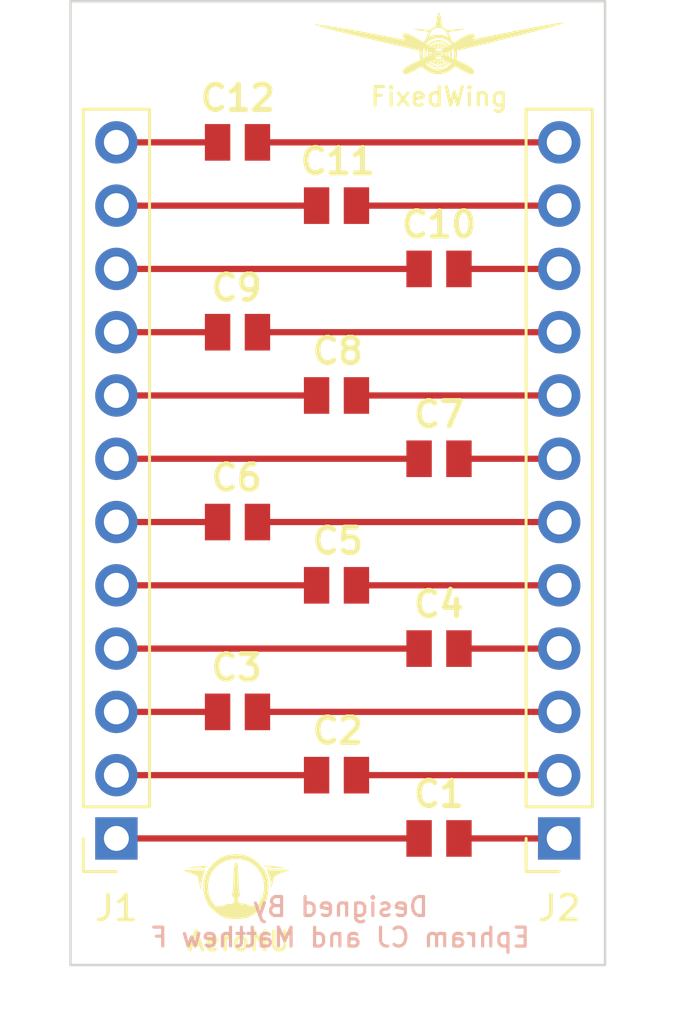
<source format=kicad_pcb>
(kicad_pcb (version 20221018) (generator pcbnew)
  (layers (0 "F.Cu" signal) (31 "B.Cu" signal) (34 "B.Paste" user) (35 "F.Paste" user) (36 "B.SilkS" user "B.Silkscreen") (37 "F.SilkS" user "F.Silkscreen") (38 "B.Mask" user) (39 "F.Mask" user) (44 "Edge.Cuts" user))
  (net 0 "")
  (net 1 "Net-(J1-Pin_1)")
  (net 2 "Net-(J2-Pin_1)")
  (net 3 "Net-(J1-Pin_2)")
  (net 4 "Net-(J2-Pin_2)")
  (net 5 "Net-(J1-Pin_3)")
  (net 6 "Net-(J2-Pin_3)")
  (net 7 "Net-(J1-Pin_4)")
  (net 8 "Net-(J2-Pin_4)")
  (net 9 "Net-(J1-Pin_5)")
  (net 10 "Net-(J2-Pin_5)")
  (net 11 "Net-(J1-Pin_6)")
  (net 12 "Net-(J2-Pin_6)")
  (net 13 "Net-(J1-Pin_7)")
  (net 14 "Net-(J2-Pin_7)")
  (net 15 "Net-(J1-Pin_8)")
  (net 16 "Net-(J2-Pin_8)")
  (net 17 "Net-(J1-Pin_9)")
  (net 18 "Net-(J2-Pin_9)")
  (net 19 "Net-(J1-Pin_10)")
  (net 20 "Net-(J2-Pin_10)")
  (net 21 "Net-(J1-Pin_11)")
  (net 22 "Net-(J2-Pin_11)")
  (net 23 "Net-(J1-Pin_12)")
  (net 24 "Net-(J2-Pin_12)")
  (footprint "FixedWing:CAPC2012X95N" (layer "F.Cu") (at 165.354 81.28)
    (fp_text reference "C10" (at 0 -1.778) (layer "F.SilkS") (effects (font (size 1.016 1.016) (thickness 0.2032) bold)))
    (fp_text value "10nF" hide)
    (pad "1" smd rect (at -0.8 0) (size 1.02 1.47) (layers "F.Cu" "F.Paste" "F.Mask") (net 19 "Net-(J1-Pin_10)"))
    (pad "2" smd rect (at 0.8 0) (size 1.02 1.47) (layers "F.Cu" "F.Paste" "F.Mask") (net 20 "Net-(J2-Pin_10)"))
  )
  (footprint "FixedWing:CAPC2012X95N" (layer "F.Cu") (at 157.264 99.06)
    (fp_text reference "C3" (at -0.038 -1.778) (layer "F.SilkS") (effects (font (size 1.016 1.016) (thickness 0.2032) bold)))
    (fp_text value "10nF" hide)
    (pad "1" smd rect (at -0.8 0) (size 1.02 1.47) (layers "F.Cu" "F.Paste" "F.Mask") (net 5 "Net-(J1-Pin_3)"))
    (pad "2" smd rect (at 0.8 0) (size 1.02 1.47) (layers "F.Cu" "F.Paste" "F.Mask") (net 6 "Net-(J2-Pin_3)"))
  )
  (footprint "FixedWing:CAPC2012X95N" (layer "F.Cu") (at 161.2392 101.6)
    (fp_text reference "C2" (at 0.0508 -1.778) (layer "F.SilkS") (effects (font (size 1.016 1.016) (thickness 0.2032) bold)))
    (fp_text value "10nF" hide)
    (pad "1" smd rect (at -0.8 0) (size 1.02 1.47) (layers "F.Cu" "F.Paste" "F.Mask") (net 3 "Net-(J1-Pin_2)"))
    (pad "2" smd rect (at 0.8 0) (size 1.02 1.47) (layers "F.Cu" "F.Paste" "F.Mask") (net 4 "Net-(J2-Pin_2)"))
  )
  (footprint "FixedWing:CAPC2012X95N" (layer "F.Cu") (at 157.264 91.44)
    (fp_text reference "C6" (at -0.038 -1.778) (layer "F.SilkS") (effects (font (size 1.016 1.016) (thickness 0.2032) bold)))
    (fp_text value "10nF" hide)
    (pad "1" smd rect (at -0.8 0) (size 1.02 1.47) (layers "F.Cu" "F.Paste" "F.Mask") (net 11 "Net-(J1-Pin_6)"))
    (pad "2" smd rect (at 0.8 0) (size 1.02 1.47) (layers "F.Cu" "F.Paste" "F.Mask") (net 12 "Net-(J2-Pin_6)"))
  )
  (footprint "FixedWing:CAPC2012X95N" (layer "F.Cu") (at 165.354 88.9)
    (fp_text reference "C7" (at 0 -1.778) (layer "F.SilkS") (effects (font (size 1.016 1.016) (thickness 0.2032) bold)))
    (fp_text value "10nF" hide)
    (pad "1" smd rect (at -0.8 0) (size 1.02 1.47) (layers "F.Cu" "F.Paste" "F.Mask") (net 13 "Net-(J1-Pin_7)"))
    (pad "2" smd rect (at 0.8 0) (size 1.02 1.47) (layers "F.Cu" "F.Paste" "F.Mask") (net 14 "Net-(J2-Pin_7)"))
  )
  (footprint "FixedWing:AeroNU - Logo (Smol)" (layer "F.Cu") (at 157.342549 108.843988)
    (fp_text reference "AeroNU" hide)
    (fp_text value "LOGO" hide)
  )
  (footprint "FixedWing:CAPC2012X95N" (layer "F.Cu") (at 161.2392 93.98)
    (fp_text reference "C5" (at 0.0508 -1.778) (layer "F.SilkS") (effects (font (size 1.016 1.016) (thickness 0.2032) bold)))
    (fp_text value "10nF" hide)
    (pad "1" smd rect (at -0.8 0) (size 1.02 1.47) (layers "F.Cu" "F.Paste" "F.Mask") (net 9 "Net-(J1-Pin_5)"))
    (pad "2" smd rect (at 0.8 0) (size 1.02 1.47) (layers "F.Cu" "F.Paste" "F.Mask") (net 10 "Net-(J2-Pin_5)"))
  )
  (footprint "FixedWing:CAPC2012X95N" (layer "F.Cu") (at 161.2392 86.36)
    (fp_text reference "C8" (at 0.0508 -1.778) (layer "F.SilkS") (effects (font (size 1.016 1.016) (thickness 0.2032) bold)))
    (fp_text value "10nF" hide)
    (pad "1" smd rect (at -0.8 0) (size 1.02 1.47) (layers "F.Cu" "F.Paste" "F.Mask") (net 15 "Net-(J1-Pin_8)"))
    (pad "2" smd rect (at 0.8 0) (size 1.02 1.47) (layers "F.Cu" "F.Paste" "F.Mask") (net 16 "Net-(J2-Pin_8)"))
  )
  (footprint "Connector_PinSocket_2.54mm:PinSocket_1x12_P2.54mm_Vertical" (layer "F.Cu") (at 170.18 104.14 180)
    (fp_text reference "J2" (at 0 -2.794) (layer "F.SilkS"))
    (fp_text value "Conn_01x12")
    (pad "1" thru_hole rect (at 0 0 180) (size 1.7 1.7) (drill 1) (layers "*.Cu" "*.Mask") (net 2 "Net-(J2-Pin_1)"))
    (pad "2" thru_hole oval (at 0 2.54 180) (size 1.7 1.7) (drill 1) (layers "*.Cu" "*.Mask") (net 4 "Net-(J2-Pin_2)"))
    (pad "3" thru_hole oval (at 0 5.08 180) (size 1.7 1.7) (drill 1) (layers "*.Cu" "*.Mask") (net 6 "Net-(J2-Pin_3)"))
    (pad "4" thru_hole oval (at 0 7.62 180) (size 1.7 1.7) (drill 1) (layers "*.Cu" "*.Mask") (net 8 "Net-(J2-Pin_4)"))
    (pad "5" thru_hole oval (at 0 10.16 180) (size 1.7 1.7) (drill 1) (layers "*.Cu" "*.Mask") (net 10 "Net-(J2-Pin_5)"))
    (pad "6" thru_hole oval (at 0 12.7 180) (size 1.7 1.7) (drill 1) (layers "*.Cu" "*.Mask") (net 12 "Net-(J2-Pin_6)"))
    (pad "7" thru_hole oval (at 0 15.24 180) (size 1.7 1.7) (drill 1) (layers "*.Cu" "*.Mask") (net 14 "Net-(J2-Pin_7)"))
    (pad "8" thru_hole oval (at 0 17.78 180) (size 1.7 1.7) (drill 1) (layers "*.Cu" "*.Mask") (net 16 "Net-(J2-Pin_8)"))
    (pad "9" thru_hole oval (at 0 20.32 180) (size 1.7 1.7) (drill 1) (layers "*.Cu" "*.Mask") (net 18 "Net-(J2-Pin_9)"))
    (pad "10" thru_hole oval (at 0 22.86 180) (size 1.7 1.7) (drill 1) (layers "*.Cu" "*.Mask") (net 20 "Net-(J2-Pin_10)"))
    (pad "11" thru_hole oval (at 0 25.4 180) (size 1.7 1.7) (drill 1) (layers "*.Cu" "*.Mask") (net 22 "Net-(J2-Pin_11)"))
    (pad "12" thru_hole oval (at 0 27.94 180) (size 1.7 1.7) (drill 1) (layers "*.Cu" "*.Mask") (net 24 "Net-(J2-Pin_12)"))
  )
  (footprint "Connector_PinSocket_2.54mm:PinSocket_1x12_P2.54mm_Vertical" (layer "F.Cu") (at 152.4 104.14 180)
    (fp_text reference "J1" (at 0 -2.794) (layer "F.SilkS"))
    (fp_text value "Conn_01x12")
    (pad "1" thru_hole rect (at 0 0 180) (size 1.7 1.7) (drill 1) (layers "*.Cu" "*.Mask") (net 1 "Net-(J1-Pin_1)"))
    (pad "2" thru_hole oval (at 0 2.54 180) (size 1.7 1.7) (drill 1) (layers "*.Cu" "*.Mask") (net 3 "Net-(J1-Pin_2)"))
    (pad "3" thru_hole oval (at 0 5.08 180) (size 1.7 1.7) (drill 1) (layers "*.Cu" "*.Mask") (net 5 "Net-(J1-Pin_3)"))
    (pad "4" thru_hole oval (at 0 7.62 180) (size 1.7 1.7) (drill 1) (layers "*.Cu" "*.Mask") (net 7 "Net-(J1-Pin_4)"))
    (pad "5" thru_hole oval (at 0 10.16 180) (size 1.7 1.7) (drill 1) (layers "*.Cu" "*.Mask") (net 9 "Net-(J1-Pin_5)"))
    (pad "6" thru_hole oval (at 0 12.7 180) (size 1.7 1.7) (drill 1) (layers "*.Cu" "*.Mask") (net 11 "Net-(J1-Pin_6)"))
    (pad "7" thru_hole oval (at 0 15.24 180) (size 1.7 1.7) (drill 1) (layers "*.Cu" "*.Mask") (net 13 "Net-(J1-Pin_7)"))
    (pad "8" thru_hole oval (at 0 17.78 180) (size 1.7 1.7) (drill 1) (layers "*.Cu" "*.Mask") (net 15 "Net-(J1-Pin_8)"))
    (pad "9" thru_hole oval (at 0 20.32 180) (size 1.7 1.7) (drill 1) (layers "*.Cu" "*.Mask") (net 17 "Net-(J1-Pin_9)"))
    (pad "10" thru_hole oval (at 0 22.86 180) (size 1.7 1.7) (drill 1) (layers "*.Cu" "*.Mask") (net 19 "Net-(J1-Pin_10)"))
    (pad "11" thru_hole oval (at 0 25.4 180) (size 1.7 1.7) (drill 1) (layers "*.Cu" "*.Mask") (net 21 "Net-(J1-Pin_11)"))
    (pad "12" thru_hole oval (at 0 27.94 180) (size 1.7 1.7) (drill 1) (layers "*.Cu" "*.Mask") (net 23 "Net-(J1-Pin_12)"))
  )
  (footprint "FixedWing:CAPC2012X95N" (layer "F.Cu") (at 161.2392 78.74)
    (fp_text reference "C11" (at 0.0508 -1.778) (layer "F.SilkS") (effects (font (size 1.016 1.016) (thickness 0.2032) bold)))
    (fp_text value "10nF" hide)
    (pad "1" smd rect (at -0.8 0) (size 1.02 1.47) (layers "F.Cu" "F.Paste" "F.Mask") (net 21 "Net-(J1-Pin_11)"))
    (pad "2" smd rect (at 0.8 0) (size 1.02 1.47) (layers "F.Cu" "F.Paste" "F.Mask") (net 22 "Net-(J2-Pin_11)"))
  )
  (footprint "FixedWing:CAPC2012X95N" (layer "F.Cu") (at 165.354 96.52)
    (fp_text reference "C4" (at 0 -1.778) (layer "F.SilkS") (effects (font (size 1.016 1.016) (thickness 0.2032) bold)))
    (fp_text value "10nF" hide)
    (pad "1" smd rect (at -0.8 0) (size 1.02 1.47) (layers "F.Cu" "F.Paste" "F.Mask") (net 7 "Net-(J1-Pin_4)"))
    (pad "2" smd rect (at 0.8 0) (size 1.02 1.47) (layers "F.Cu" "F.Paste" "F.Mask") (net 8 "Net-(J2-Pin_4)"))
  )
  (footprint "FixedWing:CAPC2012X95N" (layer "F.Cu") (at 165.354 104.14)
    (fp_text reference "C1" (at 0 -1.778) (layer "F.SilkS") (effects (font (size 1.016 1.016) (thickness 0.2032) bold)))
    (fp_text value "10nF" hide)
    (pad "1" smd rect (at -0.8 0) (size 1.02 1.47) (layers "F.Cu" "F.Paste" "F.Mask") (net 1 "Net-(J1-Pin_1)"))
    (pad "2" smd rect (at 0.8 0) (size 1.02 1.47) (layers "F.Cu" "F.Paste" "F.Mask") (net 2 "Net-(J2-Pin_1)"))
  )
  (footprint "FixedWing:CAPC2012X95N" (layer "F.Cu") (at 157.264 76.2)
    (fp_text reference "C12" (at 0.0128 -1.778) (layer "F.SilkS") (effects (font (size 1.016 1.016) (thickness 0.2032) bold)))
    (fp_text value "10nF" hide)
    (pad "1" smd rect (at -0.8 0) (size 1.02 1.47) (layers "F.Cu" "F.Paste" "F.Mask") (net 23 "Net-(J1-Pin_12)"))
    (pad "2" smd rect (at 0.8 0) (size 1.02 1.47) (layers "F.Cu" "F.Paste" "F.Mask") (net 24 "Net-(J2-Pin_12)"))
  )
  (footprint "FixedWing:CAPC2012X95N" (layer "F.Cu") (at 157.264 83.82)
    (fp_text reference "C9" (at -0.038 -1.778) (layer "F.SilkS") (effects (font (size 1.016 1.016) (thickness 0.2032) bold)))
    (fp_text value "10nF" hide)
    (pad "1" smd rect (at -0.8 0) (size 1.02 1.47) (layers "F.Cu" "F.Paste" "F.Mask") (net 17 "Net-(J1-Pin_9)"))
    (pad "2" smd rect (at 0.8 0) (size 1.02 1.47) (layers "F.Cu" "F.Paste" "F.Mask") (net 18 "Net-(J2-Pin_9)"))
  )
  (footprint "FixedWing:FixedWing - Logo (Smol)" (layer "F.Cu") (at 165.354 72.644)
    (fp_text reference "FixedWing" (at 0.004963 1.722249) (layer "F.SilkS") (effects (font (size 0.75 0.75) (thickness 0.125))))
    (fp_text value "LOGO" hide)
  )
  (gr_rect (start 150.5585 70.5358) (end 172.0215 109.22) (stroke (width 0.1)) (fill none) (layer "Edge.Cuts"))
  (gr_text "Designed By\nEphram CJ and Matthew F" (at 161.3916 108.5596) (layer "B.SilkS") (effects (font (size 0.762 0.762) (thickness 0.127) bold) (justify bottom mirror)))
  (gr_text "AeroNU" (at 155.194 108.712) (layer "F.SilkS") (effects (font (size 0.762 0.762) (thickness 0.127) bold) (justify left bottom)))
  (segment (start 152.4 104.14) (end 164.554 104.14) (width 0.25) (layer "F.Cu") (net 1))
  (segment (start 166.154 104.14) (end 170.18 104.14) (width 0.25) (layer "F.Cu") (net 2))
  (segment (start 160.4392 101.6) (end 152.4 101.6) (width 0.25) (layer "F.Cu") (net 3))
  (segment (start 170.18 101.6) (end 162.0392 101.6) (width 0.25) (layer "F.Cu") (net 4))
  (segment (start 152.4 99.06) (end 156.464 99.06) (width 0.25) (layer "F.Cu") (net 5))
  (segment (start 158.064 99.06) (end 170.18 99.06) (width 0.25) (layer "F.Cu") (net 6))
  (segment (start 152.4 96.52) (end 164.554 96.52) (width 0.25) (layer "F.Cu") (net 7))
  (segment (start 170.18 96.52) (end 166.154 96.52) (width 0.25) (layer "F.Cu") (net 8))
  (segment (start 160.4392 93.98) (end 152.4 93.98) (width 0.25) (layer "F.Cu") (net 9))
  (segment (start 170.18 93.98) (end 162.0392 93.98) (width 0.25) (layer "F.Cu") (net 10))
  (segment (start 152.4 91.44) (end 156.464 91.44) (width 0.25) (layer "F.Cu") (net 11))
  (segment (start 158.064 91.44) (end 170.18 91.44) (width 0.25) (layer "F.Cu") (net 12))
  (segment (start 164.554 88.9) (end 152.4 88.9) (width 0.25) (layer "F.Cu") (net 13))
  (segment (start 170.18 88.9) (end 166.154 88.9) (width 0.25) (layer "F.Cu") (net 14))
  (segment (start 152.4 86.36) (end 160.4392 86.36) (width 0.25) (layer "F.Cu") (net 15))
  (segment (start 162.0392 86.36) (end 170.18 86.36) (width 0.25) (layer "F.Cu") (net 16))
  (segment (start 156.464 83.82) (end 152.4 83.82) (width 0.25) (layer "F.Cu") (net 17))
  (segment (start 170.18 83.82) (end 158.064 83.82) (width 0.25) (layer "F.Cu") (net 18))
  (segment (start 152.4 81.28) (end 164.554 81.28) (width 0.25) (layer "F.Cu") (net 19))
  (segment (start 166.154 81.28) (end 170.18 81.28) (width 0.25) (layer "F.Cu") (net 20))
  (segment (start 160.4392 78.74) (end 152.4 78.74) (width 0.25) (layer "F.Cu") (net 21))
  (segment (start 170.18 78.74) (end 162.0392 78.74) (width 0.25) (layer "F.Cu") (net 22))
  (segment (start 152.4 76.2) (end 156.464 76.2) (width 0.25) (layer "F.Cu") (net 23))
  (segment (start 158.064 76.2) (end 170.18 76.2) (width 0.25) (layer "F.Cu") (net 24))
)
</source>
